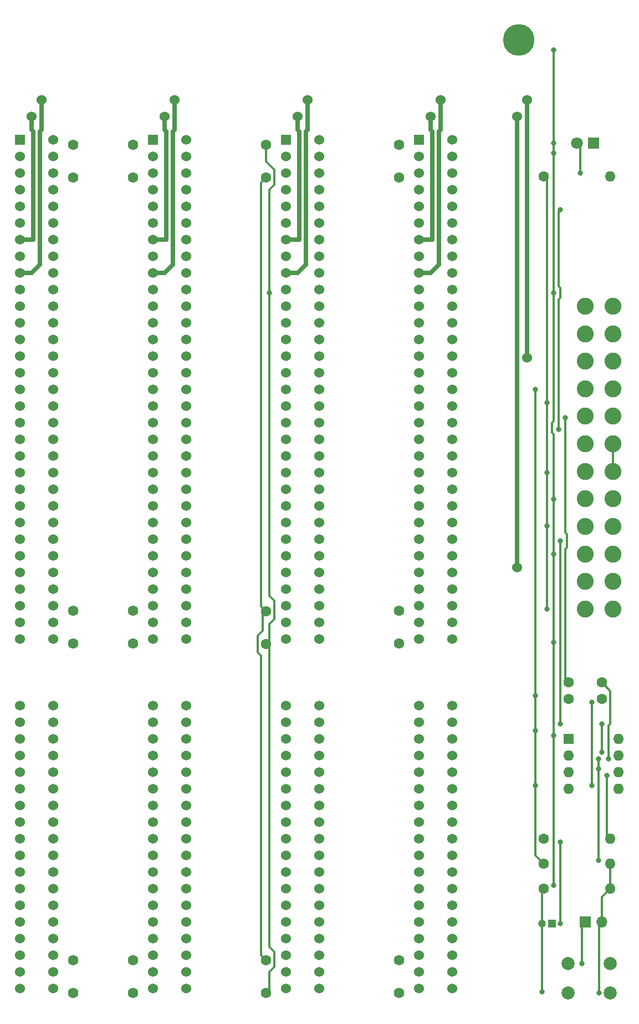
<source format=gbr>
G04 #@! TF.GenerationSoftware,KiCad,Pcbnew,(5.1.8)-1*
G04 #@! TF.CreationDate,2025-02-24T09:12:35-07:00*
G04 #@! TF.ProjectId,Backplane,4261636b-706c-4616-9e65-2e6b69636164,rev?*
G04 #@! TF.SameCoordinates,Original*
G04 #@! TF.FileFunction,Copper,L2,Bot*
G04 #@! TF.FilePolarity,Positive*
%FSLAX46Y46*%
G04 Gerber Fmt 4.6, Leading zero omitted, Abs format (unit mm)*
G04 Created by KiCad (PCBNEW (5.1.8)-1) date 2025-02-24 09:12:35*
%MOMM*%
%LPD*%
G01*
G04 APERTURE LIST*
G04 #@! TA.AperFunction,ComponentPad*
%ADD10C,1.524000*%
G04 #@! TD*
G04 #@! TA.AperFunction,ComponentPad*
%ADD11O,1.600000X1.600000*%
G04 #@! TD*
G04 #@! TA.AperFunction,ComponentPad*
%ADD12R,1.600000X1.600000*%
G04 #@! TD*
G04 #@! TA.AperFunction,ComponentPad*
%ADD13C,1.800000*%
G04 #@! TD*
G04 #@! TA.AperFunction,ComponentPad*
%ADD14R,1.800000X1.800000*%
G04 #@! TD*
G04 #@! TA.AperFunction,ComponentPad*
%ADD15C,1.600000*%
G04 #@! TD*
G04 #@! TA.AperFunction,ComponentPad*
%ADD16R,1.524000X1.524000*%
G04 #@! TD*
G04 #@! TA.AperFunction,ComponentPad*
%ADD17C,1.200000*%
G04 #@! TD*
G04 #@! TA.AperFunction,ComponentPad*
%ADD18R,1.200000X1.200000*%
G04 #@! TD*
G04 #@! TA.AperFunction,ComponentPad*
%ADD19O,1.700000X1.700000*%
G04 #@! TD*
G04 #@! TA.AperFunction,ComponentPad*
%ADD20R,1.700000X1.700000*%
G04 #@! TD*
G04 #@! TA.AperFunction,ComponentPad*
%ADD21C,2.000000*%
G04 #@! TD*
G04 #@! TA.AperFunction,ComponentPad*
%ADD22C,4.826000*%
G04 #@! TD*
G04 #@! TA.AperFunction,ComponentPad*
%ADD23C,2.590800*%
G04 #@! TD*
G04 #@! TA.AperFunction,ViaPad*
%ADD24C,0.800000*%
G04 #@! TD*
G04 #@! TA.AperFunction,Conductor*
%ADD25C,0.635000*%
G04 #@! TD*
G04 #@! TA.AperFunction,Conductor*
%ADD26C,0.330200*%
G04 #@! TD*
G04 APERTURE END LIST*
D10*
G04 #@! TO.P,R,1*
G04 #@! TO.N,/12+*
X138430000Y-73914000D03*
G04 #@! TD*
G04 #@! TO.P,R,1*
G04 #@! TO.N,/12-*
X136906000Y-105918000D03*
G04 #@! TD*
G04 #@! TO.P,R,1*
G04 #@! TO.N,/12+*
X138430000Y-34544000D03*
G04 #@! TD*
G04 #@! TO.P,R,1*
G04 #@! TO.N,/12-*
X136906000Y-37084000D03*
G04 #@! TD*
D11*
G04 #@! TO.P,U1,8*
G04 #@! TO.N,/5+SB*
X152400000Y-132080000D03*
G04 #@! TO.P,U1,4*
X144780000Y-139700000D03*
G04 #@! TO.P,U1,7*
G04 #@! TO.N,/POWER_ON*
X152400000Y-134620000D03*
G04 #@! TO.P,U1,3*
G04 #@! TO.N,/OUT*
X144780000Y-137160000D03*
G04 #@! TO.P,U1,6*
G04 #@! TO.N,/BUTTON_OUTPUT*
X152400000Y-137160000D03*
G04 #@! TO.P,U1,2*
X144780000Y-134620000D03*
G04 #@! TO.P,U1,5*
G04 #@! TO.N,/CVOLT*
X152400000Y-139700000D03*
D12*
G04 #@! TO.P,U1,1*
G04 #@! TO.N,/GND*
X144780000Y-132080000D03*
G04 #@! TD*
D13*
G04 #@! TO.P,D1,2*
G04 #@! TO.N,/LEDR*
X146050000Y-41148000D03*
D14*
G04 #@! TO.P,D1,1*
G04 #@! TO.N,/GND*
X148590000Y-41148000D03*
G04 #@! TD*
D11*
G04 #@! TO.P,R4,2*
G04 #@! TO.N,/LEDR*
X151130000Y-46228000D03*
D15*
G04 #@! TO.P,R4,1*
G04 #@! TO.N,/5+*
X140970000Y-46228000D03*
G04 #@! TD*
D11*
G04 #@! TO.P,R3,2*
G04 #@! TO.N,/OUT*
X151130000Y-147320000D03*
D15*
G04 #@! TO.P,R3,1*
G04 #@! TO.N,/BUTTON_INPUT*
X140970000Y-147320000D03*
G04 #@! TD*
D11*
G04 #@! TO.P,R2,2*
G04 #@! TO.N,/BUTTON_OUTPUT*
X151130000Y-151130000D03*
D15*
G04 #@! TO.P,R2,1*
G04 #@! TO.N,/5+SB*
X140970000Y-151130000D03*
G04 #@! TD*
D10*
G04 #@! TO.P,ISA4,98*
G04 #@! TO.N,/D15*
X66040000Y-170180000D03*
G04 #@! TO.P,ISA4,97*
G04 #@! TO.N,/D14*
X66040000Y-167640000D03*
G04 #@! TO.P,ISA4,96*
G04 #@! TO.N,/D13*
X66040000Y-165100000D03*
G04 #@! TO.P,ISA4,95*
G04 #@! TO.N,/D12*
X66040000Y-162560000D03*
G04 #@! TO.P,ISA4,94*
G04 #@! TO.N,/D11*
X66040000Y-160020000D03*
G04 #@! TO.P,ISA4,93*
G04 #@! TO.N,/D10*
X66040000Y-157480000D03*
G04 #@! TO.P,ISA4,92*
G04 #@! TO.N,/D9*
X66040000Y-154940000D03*
G04 #@! TO.P,ISA4,91*
G04 #@! TO.N,/D8*
X66040000Y-152400000D03*
G04 #@! TO.P,ISA4,90*
G04 #@! TO.N,/MEMW*
X66040000Y-149860000D03*
G04 #@! TO.P,ISA4,89*
G04 #@! TO.N,/MEMR*
X66040000Y-147320000D03*
G04 #@! TO.P,ISA4,88*
G04 #@! TO.N,/LA17*
X66040000Y-144780000D03*
G04 #@! TO.P,ISA4,87*
G04 #@! TO.N,/LA18*
X66040000Y-142240000D03*
G04 #@! TO.P,ISA4,86*
G04 #@! TO.N,/LA19*
X66040000Y-139700000D03*
G04 #@! TO.P,ISA4,85*
G04 #@! TO.N,/LA20*
X66040000Y-137160000D03*
G04 #@! TO.P,ISA4,84*
G04 #@! TO.N,/LA21*
X66040000Y-134620000D03*
G04 #@! TO.P,ISA4,83*
G04 #@! TO.N,/LA22*
X66040000Y-132080000D03*
G04 #@! TO.P,ISA4,82*
G04 #@! TO.N,/LA23*
X66040000Y-129540000D03*
G04 #@! TO.P,ISA4,81*
G04 #@! TO.N,/SBHE*
X66040000Y-127000000D03*
G04 #@! TO.P,ISA4,80*
G04 #@! TO.N,/GND*
X60960000Y-170180000D03*
G04 #@! TO.P,ISA4,79*
G04 #@! TO.N,/MASTER*
X60960000Y-167640000D03*
G04 #@! TO.P,ISA4,78*
G04 #@! TO.N,/5+*
X60960000Y-165100000D03*
G04 #@! TO.P,ISA4,77*
G04 #@! TO.N,/DRQ7*
X60960000Y-162560000D03*
G04 #@! TO.P,ISA4,76*
G04 #@! TO.N,/DACK7*
X60960000Y-160020000D03*
G04 #@! TO.P,ISA4,75*
G04 #@! TO.N,/DRQ6*
X60960000Y-157480000D03*
G04 #@! TO.P,ISA4,74*
G04 #@! TO.N,/DACK6*
X60960000Y-154940000D03*
G04 #@! TO.P,ISA4,73*
G04 #@! TO.N,/DRQ5*
X60960000Y-152400000D03*
G04 #@! TO.P,ISA4,72*
G04 #@! TO.N,/DACK5*
X60960000Y-149860000D03*
G04 #@! TO.P,ISA4,71*
G04 #@! TO.N,/DRQ0*
X60960000Y-147320000D03*
G04 #@! TO.P,ISA4,70*
G04 #@! TO.N,/DACK0*
X60960000Y-144780000D03*
G04 #@! TO.P,ISA4,69*
G04 #@! TO.N,/IRQ14*
X60960000Y-142240000D03*
G04 #@! TO.P,ISA4,68*
G04 #@! TO.N,/IRQ15*
X60960000Y-139700000D03*
G04 #@! TO.P,ISA4,67*
G04 #@! TO.N,/IRQ12*
X60960000Y-137160000D03*
G04 #@! TO.P,ISA4,66*
G04 #@! TO.N,/IRQ11*
X60960000Y-134620000D03*
G04 #@! TO.P,ISA4,65*
G04 #@! TO.N,/IRQ10*
X60960000Y-132080000D03*
G04 #@! TO.P,ISA4,64*
G04 #@! TO.N,/IOCS16*
X60960000Y-129540000D03*
G04 #@! TO.P,ISA4,63*
G04 #@! TO.N,/MEMCS16*
X60960000Y-127000000D03*
G04 #@! TO.P,ISA4,62*
G04 #@! TO.N,/A0*
X66040000Y-116840000D03*
G04 #@! TO.P,ISA4,61*
G04 #@! TO.N,/A1*
X66040000Y-114300000D03*
G04 #@! TO.P,ISA4,60*
G04 #@! TO.N,/A2*
X66040000Y-111760000D03*
G04 #@! TO.P,ISA4,59*
G04 #@! TO.N,/A3*
X66040000Y-109220000D03*
G04 #@! TO.P,ISA4,58*
G04 #@! TO.N,/A4*
X66040000Y-106680000D03*
G04 #@! TO.P,ISA4,57*
G04 #@! TO.N,/A5*
X66040000Y-104140000D03*
G04 #@! TO.P,ISA4,56*
G04 #@! TO.N,/A6*
X66040000Y-101600000D03*
G04 #@! TO.P,ISA4,55*
G04 #@! TO.N,/A7*
X66040000Y-99060000D03*
G04 #@! TO.P,ISA4,54*
G04 #@! TO.N,/A8*
X66040000Y-96520000D03*
G04 #@! TO.P,ISA4,53*
G04 #@! TO.N,/A9*
X66040000Y-93980000D03*
G04 #@! TO.P,ISA4,52*
G04 #@! TO.N,/A10*
X66040000Y-91440000D03*
G04 #@! TO.P,ISA4,51*
G04 #@! TO.N,/A11*
X66040000Y-88900000D03*
G04 #@! TO.P,ISA4,50*
G04 #@! TO.N,/A12*
X66040000Y-86360000D03*
G04 #@! TO.P,ISA4,49*
G04 #@! TO.N,/A13*
X66040000Y-83820000D03*
G04 #@! TO.P,ISA4,48*
G04 #@! TO.N,/A14*
X66040000Y-81280000D03*
G04 #@! TO.P,ISA4,47*
G04 #@! TO.N,/A15*
X66040000Y-78740000D03*
G04 #@! TO.P,ISA4,46*
G04 #@! TO.N,/A16*
X66040000Y-76200000D03*
G04 #@! TO.P,ISA4,45*
G04 #@! TO.N,/A17*
X66040000Y-73660000D03*
G04 #@! TO.P,ISA4,44*
G04 #@! TO.N,/A18*
X66040000Y-71120000D03*
G04 #@! TO.P,ISA4,43*
G04 #@! TO.N,/A19*
X66040000Y-68580000D03*
G04 #@! TO.P,ISA4,42*
G04 #@! TO.N,/AEN*
X66040000Y-66040000D03*
G04 #@! TO.P,ISA4,41*
G04 #@! TO.N,/IO_READY*
X66040000Y-63500000D03*
G04 #@! TO.P,ISA4,40*
G04 #@! TO.N,/D0*
X66040000Y-60960000D03*
G04 #@! TO.P,ISA4,39*
G04 #@! TO.N,/D1*
X66040000Y-58420000D03*
G04 #@! TO.P,ISA4,38*
G04 #@! TO.N,/D2*
X66040000Y-55880000D03*
G04 #@! TO.P,ISA4,37*
G04 #@! TO.N,/D3*
X66040000Y-53340000D03*
G04 #@! TO.P,ISA4,36*
G04 #@! TO.N,/D4*
X66040000Y-50800000D03*
G04 #@! TO.P,ISA4,35*
G04 #@! TO.N,/D5*
X66040000Y-48260000D03*
G04 #@! TO.P,ISA4,34*
G04 #@! TO.N,/D6*
X66040000Y-45720000D03*
G04 #@! TO.P,ISA4,33*
G04 #@! TO.N,/D7*
X66040000Y-43180000D03*
G04 #@! TO.P,ISA4,32*
G04 #@! TO.N,/IO*
X66040000Y-40640000D03*
G04 #@! TO.P,ISA4,31*
G04 #@! TO.N,/GND*
X60960000Y-116840000D03*
G04 #@! TO.P,ISA4,30*
G04 #@! TO.N,/OSC*
X60960000Y-114300000D03*
G04 #@! TO.P,ISA4,29*
G04 #@! TO.N,/5+*
X60960000Y-111760000D03*
G04 #@! TO.P,ISA4,28*
G04 #@! TO.N,/ALE*
X60960000Y-109220000D03*
G04 #@! TO.P,ISA4,27*
G04 #@! TO.N,/TC*
X60960000Y-106680000D03*
G04 #@! TO.P,ISA4,26*
G04 #@! TO.N,/DACK2*
X60960000Y-104140000D03*
G04 #@! TO.P,ISA4,25*
G04 #@! TO.N,/IRQ3*
X60960000Y-101600000D03*
G04 #@! TO.P,ISA4,24*
G04 #@! TO.N,/IRQ4*
X60960000Y-99060000D03*
G04 #@! TO.P,ISA4,23*
G04 #@! TO.N,/IRQ5*
X60960000Y-96520000D03*
G04 #@! TO.P,ISA4,22*
G04 #@! TO.N,/IRQ6*
X60960000Y-93980000D03*
G04 #@! TO.P,ISA4,21*
G04 #@! TO.N,/IRQ7*
X60960000Y-91440000D03*
G04 #@! TO.P,ISA4,20*
G04 #@! TO.N,/CLK*
X60960000Y-88900000D03*
G04 #@! TO.P,ISA4,19*
G04 #@! TO.N,/REF*
X60960000Y-86360000D03*
G04 #@! TO.P,ISA4,18*
G04 #@! TO.N,/DRQ1*
X60960000Y-83820000D03*
G04 #@! TO.P,ISA4,17*
G04 #@! TO.N,/DACK1*
X60960000Y-81280000D03*
G04 #@! TO.P,ISA4,16*
G04 #@! TO.N,/DRQ3*
X60960000Y-78740000D03*
G04 #@! TO.P,ISA4,15*
G04 #@! TO.N,/DACK3*
X60960000Y-76200000D03*
G04 #@! TO.P,ISA4,14*
G04 #@! TO.N,/IOR*
X60960000Y-73660000D03*
G04 #@! TO.P,ISA4,13*
G04 #@! TO.N,/IOW*
X60960000Y-71120000D03*
G04 #@! TO.P,ISA4,12*
G04 #@! TO.N,/SMEMR*
X60960000Y-68580000D03*
G04 #@! TO.P,ISA4,11*
G04 #@! TO.N,/SMEMW*
X60960000Y-66040000D03*
G04 #@! TO.P,ISA4,10*
G04 #@! TO.N,/GND*
X60960000Y-63500000D03*
G04 #@! TO.P,ISA4,9*
G04 #@! TO.N,/12+*
X60960000Y-60960000D03*
G04 #@! TO.P,ISA4,8*
G04 #@! TO.N,/NC*
X60960000Y-58420000D03*
G04 #@! TO.P,ISA4,7*
G04 #@! TO.N,/12-*
X60960000Y-55880000D03*
G04 #@! TO.P,ISA4,6*
G04 #@! TO.N,/DRQ2*
X60960000Y-53340000D03*
G04 #@! TO.P,ISA4,5*
G04 #@! TO.N,/5-*
X60960000Y-50800000D03*
G04 #@! TO.P,ISA4,4*
G04 #@! TO.N,/IRQ2*
X60960000Y-48260000D03*
G04 #@! TO.P,ISA4,3*
G04 #@! TO.N,/5+*
X60960000Y-45720000D03*
G04 #@! TO.P,ISA4,2*
G04 #@! TO.N,/RESET*
X60960000Y-43180000D03*
D16*
G04 #@! TO.P,ISA4,1*
G04 #@! TO.N,/GND*
X60960000Y-40640000D03*
G04 #@! TD*
D10*
G04 #@! TO.P,ISA3,98*
G04 #@! TO.N,/D15*
X86360000Y-170180000D03*
G04 #@! TO.P,ISA3,97*
G04 #@! TO.N,/D14*
X86360000Y-167640000D03*
G04 #@! TO.P,ISA3,96*
G04 #@! TO.N,/D13*
X86360000Y-165100000D03*
G04 #@! TO.P,ISA3,95*
G04 #@! TO.N,/D12*
X86360000Y-162560000D03*
G04 #@! TO.P,ISA3,94*
G04 #@! TO.N,/D11*
X86360000Y-160020000D03*
G04 #@! TO.P,ISA3,93*
G04 #@! TO.N,/D10*
X86360000Y-157480000D03*
G04 #@! TO.P,ISA3,92*
G04 #@! TO.N,/D9*
X86360000Y-154940000D03*
G04 #@! TO.P,ISA3,91*
G04 #@! TO.N,/D8*
X86360000Y-152400000D03*
G04 #@! TO.P,ISA3,90*
G04 #@! TO.N,/MEMW*
X86360000Y-149860000D03*
G04 #@! TO.P,ISA3,89*
G04 #@! TO.N,/MEMR*
X86360000Y-147320000D03*
G04 #@! TO.P,ISA3,88*
G04 #@! TO.N,/LA17*
X86360000Y-144780000D03*
G04 #@! TO.P,ISA3,87*
G04 #@! TO.N,/LA18*
X86360000Y-142240000D03*
G04 #@! TO.P,ISA3,86*
G04 #@! TO.N,/LA19*
X86360000Y-139700000D03*
G04 #@! TO.P,ISA3,85*
G04 #@! TO.N,/LA20*
X86360000Y-137160000D03*
G04 #@! TO.P,ISA3,84*
G04 #@! TO.N,/LA21*
X86360000Y-134620000D03*
G04 #@! TO.P,ISA3,83*
G04 #@! TO.N,/LA22*
X86360000Y-132080000D03*
G04 #@! TO.P,ISA3,82*
G04 #@! TO.N,/LA23*
X86360000Y-129540000D03*
G04 #@! TO.P,ISA3,81*
G04 #@! TO.N,/SBHE*
X86360000Y-127000000D03*
G04 #@! TO.P,ISA3,80*
G04 #@! TO.N,/GND*
X81280000Y-170180000D03*
G04 #@! TO.P,ISA3,79*
G04 #@! TO.N,/MASTER*
X81280000Y-167640000D03*
G04 #@! TO.P,ISA3,78*
G04 #@! TO.N,/5+*
X81280000Y-165100000D03*
G04 #@! TO.P,ISA3,77*
G04 #@! TO.N,/DRQ7*
X81280000Y-162560000D03*
G04 #@! TO.P,ISA3,76*
G04 #@! TO.N,/DACK7*
X81280000Y-160020000D03*
G04 #@! TO.P,ISA3,75*
G04 #@! TO.N,/DRQ6*
X81280000Y-157480000D03*
G04 #@! TO.P,ISA3,74*
G04 #@! TO.N,/DACK6*
X81280000Y-154940000D03*
G04 #@! TO.P,ISA3,73*
G04 #@! TO.N,/DRQ5*
X81280000Y-152400000D03*
G04 #@! TO.P,ISA3,72*
G04 #@! TO.N,/DACK5*
X81280000Y-149860000D03*
G04 #@! TO.P,ISA3,71*
G04 #@! TO.N,/DRQ0*
X81280000Y-147320000D03*
G04 #@! TO.P,ISA3,70*
G04 #@! TO.N,/DACK0*
X81280000Y-144780000D03*
G04 #@! TO.P,ISA3,69*
G04 #@! TO.N,/IRQ14*
X81280000Y-142240000D03*
G04 #@! TO.P,ISA3,68*
G04 #@! TO.N,/IRQ15*
X81280000Y-139700000D03*
G04 #@! TO.P,ISA3,67*
G04 #@! TO.N,/IRQ12*
X81280000Y-137160000D03*
G04 #@! TO.P,ISA3,66*
G04 #@! TO.N,/IRQ11*
X81280000Y-134620000D03*
G04 #@! TO.P,ISA3,65*
G04 #@! TO.N,/IRQ10*
X81280000Y-132080000D03*
G04 #@! TO.P,ISA3,64*
G04 #@! TO.N,/IOCS16*
X81280000Y-129540000D03*
G04 #@! TO.P,ISA3,63*
G04 #@! TO.N,/MEMCS16*
X81280000Y-127000000D03*
G04 #@! TO.P,ISA3,62*
G04 #@! TO.N,/A0*
X86360000Y-116840000D03*
G04 #@! TO.P,ISA3,61*
G04 #@! TO.N,/A1*
X86360000Y-114300000D03*
G04 #@! TO.P,ISA3,60*
G04 #@! TO.N,/A2*
X86360000Y-111760000D03*
G04 #@! TO.P,ISA3,59*
G04 #@! TO.N,/A3*
X86360000Y-109220000D03*
G04 #@! TO.P,ISA3,58*
G04 #@! TO.N,/A4*
X86360000Y-106680000D03*
G04 #@! TO.P,ISA3,57*
G04 #@! TO.N,/A5*
X86360000Y-104140000D03*
G04 #@! TO.P,ISA3,56*
G04 #@! TO.N,/A6*
X86360000Y-101600000D03*
G04 #@! TO.P,ISA3,55*
G04 #@! TO.N,/A7*
X86360000Y-99060000D03*
G04 #@! TO.P,ISA3,54*
G04 #@! TO.N,/A8*
X86360000Y-96520000D03*
G04 #@! TO.P,ISA3,53*
G04 #@! TO.N,/A9*
X86360000Y-93980000D03*
G04 #@! TO.P,ISA3,52*
G04 #@! TO.N,/A10*
X86360000Y-91440000D03*
G04 #@! TO.P,ISA3,51*
G04 #@! TO.N,/A11*
X86360000Y-88900000D03*
G04 #@! TO.P,ISA3,50*
G04 #@! TO.N,/A12*
X86360000Y-86360000D03*
G04 #@! TO.P,ISA3,49*
G04 #@! TO.N,/A13*
X86360000Y-83820000D03*
G04 #@! TO.P,ISA3,48*
G04 #@! TO.N,/A14*
X86360000Y-81280000D03*
G04 #@! TO.P,ISA3,47*
G04 #@! TO.N,/A15*
X86360000Y-78740000D03*
G04 #@! TO.P,ISA3,46*
G04 #@! TO.N,/A16*
X86360000Y-76200000D03*
G04 #@! TO.P,ISA3,45*
G04 #@! TO.N,/A17*
X86360000Y-73660000D03*
G04 #@! TO.P,ISA3,44*
G04 #@! TO.N,/A18*
X86360000Y-71120000D03*
G04 #@! TO.P,ISA3,43*
G04 #@! TO.N,/A19*
X86360000Y-68580000D03*
G04 #@! TO.P,ISA3,42*
G04 #@! TO.N,/AEN*
X86360000Y-66040000D03*
G04 #@! TO.P,ISA3,41*
G04 #@! TO.N,/IO_READY*
X86360000Y-63500000D03*
G04 #@! TO.P,ISA3,40*
G04 #@! TO.N,/D0*
X86360000Y-60960000D03*
G04 #@! TO.P,ISA3,39*
G04 #@! TO.N,/D1*
X86360000Y-58420000D03*
G04 #@! TO.P,ISA3,38*
G04 #@! TO.N,/D2*
X86360000Y-55880000D03*
G04 #@! TO.P,ISA3,37*
G04 #@! TO.N,/D3*
X86360000Y-53340000D03*
G04 #@! TO.P,ISA3,36*
G04 #@! TO.N,/D4*
X86360000Y-50800000D03*
G04 #@! TO.P,ISA3,35*
G04 #@! TO.N,/D5*
X86360000Y-48260000D03*
G04 #@! TO.P,ISA3,34*
G04 #@! TO.N,/D6*
X86360000Y-45720000D03*
G04 #@! TO.P,ISA3,33*
G04 #@! TO.N,/D7*
X86360000Y-43180000D03*
G04 #@! TO.P,ISA3,32*
G04 #@! TO.N,/IO*
X86360000Y-40640000D03*
G04 #@! TO.P,ISA3,31*
G04 #@! TO.N,/GND*
X81280000Y-116840000D03*
G04 #@! TO.P,ISA3,30*
G04 #@! TO.N,/OSC*
X81280000Y-114300000D03*
G04 #@! TO.P,ISA3,29*
G04 #@! TO.N,/5+*
X81280000Y-111760000D03*
G04 #@! TO.P,ISA3,28*
G04 #@! TO.N,/ALE*
X81280000Y-109220000D03*
G04 #@! TO.P,ISA3,27*
G04 #@! TO.N,/TC*
X81280000Y-106680000D03*
G04 #@! TO.P,ISA3,26*
G04 #@! TO.N,/DACK2*
X81280000Y-104140000D03*
G04 #@! TO.P,ISA3,25*
G04 #@! TO.N,/IRQ3*
X81280000Y-101600000D03*
G04 #@! TO.P,ISA3,24*
G04 #@! TO.N,/IRQ4*
X81280000Y-99060000D03*
G04 #@! TO.P,ISA3,23*
G04 #@! TO.N,/IRQ5*
X81280000Y-96520000D03*
G04 #@! TO.P,ISA3,22*
G04 #@! TO.N,/IRQ6*
X81280000Y-93980000D03*
G04 #@! TO.P,ISA3,21*
G04 #@! TO.N,/IRQ7*
X81280000Y-91440000D03*
G04 #@! TO.P,ISA3,20*
G04 #@! TO.N,/CLK*
X81280000Y-88900000D03*
G04 #@! TO.P,ISA3,19*
G04 #@! TO.N,/REF*
X81280000Y-86360000D03*
G04 #@! TO.P,ISA3,18*
G04 #@! TO.N,/DRQ1*
X81280000Y-83820000D03*
G04 #@! TO.P,ISA3,17*
G04 #@! TO.N,/DACK1*
X81280000Y-81280000D03*
G04 #@! TO.P,ISA3,16*
G04 #@! TO.N,/DRQ3*
X81280000Y-78740000D03*
G04 #@! TO.P,ISA3,15*
G04 #@! TO.N,/DACK3*
X81280000Y-76200000D03*
G04 #@! TO.P,ISA3,14*
G04 #@! TO.N,/IOR*
X81280000Y-73660000D03*
G04 #@! TO.P,ISA3,13*
G04 #@! TO.N,/IOW*
X81280000Y-71120000D03*
G04 #@! TO.P,ISA3,12*
G04 #@! TO.N,/SMEMR*
X81280000Y-68580000D03*
G04 #@! TO.P,ISA3,11*
G04 #@! TO.N,/SMEMW*
X81280000Y-66040000D03*
G04 #@! TO.P,ISA3,10*
G04 #@! TO.N,/GND*
X81280000Y-63500000D03*
G04 #@! TO.P,ISA3,9*
G04 #@! TO.N,/12+*
X81280000Y-60960000D03*
G04 #@! TO.P,ISA3,8*
G04 #@! TO.N,/NC*
X81280000Y-58420000D03*
G04 #@! TO.P,ISA3,7*
G04 #@! TO.N,/12-*
X81280000Y-55880000D03*
G04 #@! TO.P,ISA3,6*
G04 #@! TO.N,/DRQ2*
X81280000Y-53340000D03*
G04 #@! TO.P,ISA3,5*
G04 #@! TO.N,/5-*
X81280000Y-50800000D03*
G04 #@! TO.P,ISA3,4*
G04 #@! TO.N,/IRQ2*
X81280000Y-48260000D03*
G04 #@! TO.P,ISA3,3*
G04 #@! TO.N,/5+*
X81280000Y-45720000D03*
G04 #@! TO.P,ISA3,2*
G04 #@! TO.N,/RESET*
X81280000Y-43180000D03*
D16*
G04 #@! TO.P,ISA3,1*
G04 #@! TO.N,/GND*
X81280000Y-40640000D03*
G04 #@! TD*
D10*
G04 #@! TO.P,ISA2,98*
G04 #@! TO.N,/D15*
X106680000Y-170180000D03*
G04 #@! TO.P,ISA2,97*
G04 #@! TO.N,/D14*
X106680000Y-167640000D03*
G04 #@! TO.P,ISA2,96*
G04 #@! TO.N,/D13*
X106680000Y-165100000D03*
G04 #@! TO.P,ISA2,95*
G04 #@! TO.N,/D12*
X106680000Y-162560000D03*
G04 #@! TO.P,ISA2,94*
G04 #@! TO.N,/D11*
X106680000Y-160020000D03*
G04 #@! TO.P,ISA2,93*
G04 #@! TO.N,/D10*
X106680000Y-157480000D03*
G04 #@! TO.P,ISA2,92*
G04 #@! TO.N,/D9*
X106680000Y-154940000D03*
G04 #@! TO.P,ISA2,91*
G04 #@! TO.N,/D8*
X106680000Y-152400000D03*
G04 #@! TO.P,ISA2,90*
G04 #@! TO.N,/MEMW*
X106680000Y-149860000D03*
G04 #@! TO.P,ISA2,89*
G04 #@! TO.N,/MEMR*
X106680000Y-147320000D03*
G04 #@! TO.P,ISA2,88*
G04 #@! TO.N,/LA17*
X106680000Y-144780000D03*
G04 #@! TO.P,ISA2,87*
G04 #@! TO.N,/LA18*
X106680000Y-142240000D03*
G04 #@! TO.P,ISA2,86*
G04 #@! TO.N,/LA19*
X106680000Y-139700000D03*
G04 #@! TO.P,ISA2,85*
G04 #@! TO.N,/LA20*
X106680000Y-137160000D03*
G04 #@! TO.P,ISA2,84*
G04 #@! TO.N,/LA21*
X106680000Y-134620000D03*
G04 #@! TO.P,ISA2,83*
G04 #@! TO.N,/LA22*
X106680000Y-132080000D03*
G04 #@! TO.P,ISA2,82*
G04 #@! TO.N,/LA23*
X106680000Y-129540000D03*
G04 #@! TO.P,ISA2,81*
G04 #@! TO.N,/SBHE*
X106680000Y-127000000D03*
G04 #@! TO.P,ISA2,80*
G04 #@! TO.N,/GND*
X101600000Y-170180000D03*
G04 #@! TO.P,ISA2,79*
G04 #@! TO.N,/MASTER*
X101600000Y-167640000D03*
G04 #@! TO.P,ISA2,78*
G04 #@! TO.N,/5+*
X101600000Y-165100000D03*
G04 #@! TO.P,ISA2,77*
G04 #@! TO.N,/DRQ7*
X101600000Y-162560000D03*
G04 #@! TO.P,ISA2,76*
G04 #@! TO.N,/DACK7*
X101600000Y-160020000D03*
G04 #@! TO.P,ISA2,75*
G04 #@! TO.N,/DRQ6*
X101600000Y-157480000D03*
G04 #@! TO.P,ISA2,74*
G04 #@! TO.N,/DACK6*
X101600000Y-154940000D03*
G04 #@! TO.P,ISA2,73*
G04 #@! TO.N,/DRQ5*
X101600000Y-152400000D03*
G04 #@! TO.P,ISA2,72*
G04 #@! TO.N,/DACK5*
X101600000Y-149860000D03*
G04 #@! TO.P,ISA2,71*
G04 #@! TO.N,/DRQ0*
X101600000Y-147320000D03*
G04 #@! TO.P,ISA2,70*
G04 #@! TO.N,/DACK0*
X101600000Y-144780000D03*
G04 #@! TO.P,ISA2,69*
G04 #@! TO.N,/IRQ14*
X101600000Y-142240000D03*
G04 #@! TO.P,ISA2,68*
G04 #@! TO.N,/IRQ15*
X101600000Y-139700000D03*
G04 #@! TO.P,ISA2,67*
G04 #@! TO.N,/IRQ12*
X101600000Y-137160000D03*
G04 #@! TO.P,ISA2,66*
G04 #@! TO.N,/IRQ11*
X101600000Y-134620000D03*
G04 #@! TO.P,ISA2,65*
G04 #@! TO.N,/IRQ10*
X101600000Y-132080000D03*
G04 #@! TO.P,ISA2,64*
G04 #@! TO.N,/IOCS16*
X101600000Y-129540000D03*
G04 #@! TO.P,ISA2,63*
G04 #@! TO.N,/MEMCS16*
X101600000Y-127000000D03*
G04 #@! TO.P,ISA2,62*
G04 #@! TO.N,/A0*
X106680000Y-116840000D03*
G04 #@! TO.P,ISA2,61*
G04 #@! TO.N,/A1*
X106680000Y-114300000D03*
G04 #@! TO.P,ISA2,60*
G04 #@! TO.N,/A2*
X106680000Y-111760000D03*
G04 #@! TO.P,ISA2,59*
G04 #@! TO.N,/A3*
X106680000Y-109220000D03*
G04 #@! TO.P,ISA2,58*
G04 #@! TO.N,/A4*
X106680000Y-106680000D03*
G04 #@! TO.P,ISA2,57*
G04 #@! TO.N,/A5*
X106680000Y-104140000D03*
G04 #@! TO.P,ISA2,56*
G04 #@! TO.N,/A6*
X106680000Y-101600000D03*
G04 #@! TO.P,ISA2,55*
G04 #@! TO.N,/A7*
X106680000Y-99060000D03*
G04 #@! TO.P,ISA2,54*
G04 #@! TO.N,/A8*
X106680000Y-96520000D03*
G04 #@! TO.P,ISA2,53*
G04 #@! TO.N,/A9*
X106680000Y-93980000D03*
G04 #@! TO.P,ISA2,52*
G04 #@! TO.N,/A10*
X106680000Y-91440000D03*
G04 #@! TO.P,ISA2,51*
G04 #@! TO.N,/A11*
X106680000Y-88900000D03*
G04 #@! TO.P,ISA2,50*
G04 #@! TO.N,/A12*
X106680000Y-86360000D03*
G04 #@! TO.P,ISA2,49*
G04 #@! TO.N,/A13*
X106680000Y-83820000D03*
G04 #@! TO.P,ISA2,48*
G04 #@! TO.N,/A14*
X106680000Y-81280000D03*
G04 #@! TO.P,ISA2,47*
G04 #@! TO.N,/A15*
X106680000Y-78740000D03*
G04 #@! TO.P,ISA2,46*
G04 #@! TO.N,/A16*
X106680000Y-76200000D03*
G04 #@! TO.P,ISA2,45*
G04 #@! TO.N,/A17*
X106680000Y-73660000D03*
G04 #@! TO.P,ISA2,44*
G04 #@! TO.N,/A18*
X106680000Y-71120000D03*
G04 #@! TO.P,ISA2,43*
G04 #@! TO.N,/A19*
X106680000Y-68580000D03*
G04 #@! TO.P,ISA2,42*
G04 #@! TO.N,/AEN*
X106680000Y-66040000D03*
G04 #@! TO.P,ISA2,41*
G04 #@! TO.N,/IO_READY*
X106680000Y-63500000D03*
G04 #@! TO.P,ISA2,40*
G04 #@! TO.N,/D0*
X106680000Y-60960000D03*
G04 #@! TO.P,ISA2,39*
G04 #@! TO.N,/D1*
X106680000Y-58420000D03*
G04 #@! TO.P,ISA2,38*
G04 #@! TO.N,/D2*
X106680000Y-55880000D03*
G04 #@! TO.P,ISA2,37*
G04 #@! TO.N,/D3*
X106680000Y-53340000D03*
G04 #@! TO.P,ISA2,36*
G04 #@! TO.N,/D4*
X106680000Y-50800000D03*
G04 #@! TO.P,ISA2,35*
G04 #@! TO.N,/D5*
X106680000Y-48260000D03*
G04 #@! TO.P,ISA2,34*
G04 #@! TO.N,/D6*
X106680000Y-45720000D03*
G04 #@! TO.P,ISA2,33*
G04 #@! TO.N,/D7*
X106680000Y-43180000D03*
G04 #@! TO.P,ISA2,32*
G04 #@! TO.N,/IO*
X106680000Y-40640000D03*
G04 #@! TO.P,ISA2,31*
G04 #@! TO.N,/GND*
X101600000Y-116840000D03*
G04 #@! TO.P,ISA2,30*
G04 #@! TO.N,/OSC*
X101600000Y-114300000D03*
G04 #@! TO.P,ISA2,29*
G04 #@! TO.N,/5+*
X101600000Y-111760000D03*
G04 #@! TO.P,ISA2,28*
G04 #@! TO.N,/ALE*
X101600000Y-109220000D03*
G04 #@! TO.P,ISA2,27*
G04 #@! TO.N,/TC*
X101600000Y-106680000D03*
G04 #@! TO.P,ISA2,26*
G04 #@! TO.N,/DACK2*
X101600000Y-104140000D03*
G04 #@! TO.P,ISA2,25*
G04 #@! TO.N,/IRQ3*
X101600000Y-101600000D03*
G04 #@! TO.P,ISA2,24*
G04 #@! TO.N,/IRQ4*
X101600000Y-99060000D03*
G04 #@! TO.P,ISA2,23*
G04 #@! TO.N,/IRQ5*
X101600000Y-96520000D03*
G04 #@! TO.P,ISA2,22*
G04 #@! TO.N,/IRQ6*
X101600000Y-93980000D03*
G04 #@! TO.P,ISA2,21*
G04 #@! TO.N,/IRQ7*
X101600000Y-91440000D03*
G04 #@! TO.P,ISA2,20*
G04 #@! TO.N,/CLK*
X101600000Y-88900000D03*
G04 #@! TO.P,ISA2,19*
G04 #@! TO.N,/REF*
X101600000Y-86360000D03*
G04 #@! TO.P,ISA2,18*
G04 #@! TO.N,/DRQ1*
X101600000Y-83820000D03*
G04 #@! TO.P,ISA2,17*
G04 #@! TO.N,/DACK1*
X101600000Y-81280000D03*
G04 #@! TO.P,ISA2,16*
G04 #@! TO.N,/DRQ3*
X101600000Y-78740000D03*
G04 #@! TO.P,ISA2,15*
G04 #@! TO.N,/DACK3*
X101600000Y-76200000D03*
G04 #@! TO.P,ISA2,14*
G04 #@! TO.N,/IOR*
X101600000Y-73660000D03*
G04 #@! TO.P,ISA2,13*
G04 #@! TO.N,/IOW*
X101600000Y-71120000D03*
G04 #@! TO.P,ISA2,12*
G04 #@! TO.N,/SMEMR*
X101600000Y-68580000D03*
G04 #@! TO.P,ISA2,11*
G04 #@! TO.N,/SMEMW*
X101600000Y-66040000D03*
G04 #@! TO.P,ISA2,10*
G04 #@! TO.N,/GND*
X101600000Y-63500000D03*
G04 #@! TO.P,ISA2,9*
G04 #@! TO.N,/12+*
X101600000Y-60960000D03*
G04 #@! TO.P,ISA2,8*
G04 #@! TO.N,/NC*
X101600000Y-58420000D03*
G04 #@! TO.P,ISA2,7*
G04 #@! TO.N,/12-*
X101600000Y-55880000D03*
G04 #@! TO.P,ISA2,6*
G04 #@! TO.N,/DRQ2*
X101600000Y-53340000D03*
G04 #@! TO.P,ISA2,5*
G04 #@! TO.N,/5-*
X101600000Y-50800000D03*
G04 #@! TO.P,ISA2,4*
G04 #@! TO.N,/IRQ2*
X101600000Y-48260000D03*
G04 #@! TO.P,ISA2,3*
G04 #@! TO.N,/5+*
X101600000Y-45720000D03*
G04 #@! TO.P,ISA2,2*
G04 #@! TO.N,/RESET*
X101600000Y-43180000D03*
D16*
G04 #@! TO.P,ISA2,1*
G04 #@! TO.N,/GND*
X101600000Y-40640000D03*
G04 #@! TD*
D15*
G04 #@! TO.P,C15,2*
G04 #@! TO.N,/BUTTON_OUTPUT*
X149780000Y-123444000D03*
G04 #@! TO.P,C15,1*
G04 #@! TO.N,/POWER_GOOD*
X144780000Y-123444000D03*
G04 #@! TD*
G04 #@! TO.P,C14,2*
G04 #@! TO.N,/5+SB*
X144780000Y-125984000D03*
G04 #@! TO.P,C14,1*
G04 #@! TO.N,/CVOLT*
X149780000Y-125984000D03*
G04 #@! TD*
D17*
G04 #@! TO.P,C13,2*
G04 #@! TO.N,/GND*
X140716000Y-160274000D03*
D18*
G04 #@! TO.P,C13,1*
G04 #@! TO.N,/BUTTON_INPUT*
X142216000Y-160274000D03*
G04 #@! TD*
D15*
G04 #@! TO.P,C12,2*
G04 #@! TO.N,/5+*
X69088000Y-165862000D03*
G04 #@! TO.P,C12,1*
G04 #@! TO.N,/GND*
X69088000Y-170862000D03*
G04 #@! TD*
G04 #@! TO.P,C11,2*
G04 #@! TO.N,/5+*
X69088000Y-112522000D03*
G04 #@! TO.P,C11,1*
G04 #@! TO.N,/GND*
X69088000Y-117522000D03*
G04 #@! TD*
G04 #@! TO.P,C10,2*
G04 #@! TO.N,/5+*
X69088000Y-46402000D03*
G04 #@! TO.P,C10,1*
G04 #@! TO.N,/GND*
X69088000Y-41402000D03*
G04 #@! TD*
G04 #@! TO.P,C9,2*
G04 #@! TO.N,/5+*
X78232000Y-165862000D03*
G04 #@! TO.P,C9,1*
G04 #@! TO.N,/GND*
X78232000Y-170862000D03*
G04 #@! TD*
G04 #@! TO.P,C8,2*
G04 #@! TO.N,/5+*
X78232000Y-112522000D03*
G04 #@! TO.P,C8,1*
G04 #@! TO.N,/GND*
X78232000Y-117522000D03*
G04 #@! TD*
G04 #@! TO.P,C7,2*
G04 #@! TO.N,/5+*
X78232000Y-46402000D03*
G04 #@! TO.P,C7,1*
G04 #@! TO.N,/GND*
X78232000Y-41402000D03*
G04 #@! TD*
G04 #@! TO.P,C6,2*
G04 #@! TO.N,/5+*
X98552000Y-165862000D03*
G04 #@! TO.P,C6,1*
G04 #@! TO.N,/GND*
X98552000Y-170862000D03*
G04 #@! TD*
G04 #@! TO.P,C5,2*
G04 #@! TO.N,/5+*
X98552000Y-112602000D03*
G04 #@! TO.P,C5,1*
G04 #@! TO.N,/GND*
X98552000Y-117602000D03*
G04 #@! TD*
G04 #@! TO.P,C4,2*
G04 #@! TO.N,/5+*
X98552000Y-46402000D03*
G04 #@! TO.P,C4,1*
G04 #@! TO.N,/GND*
X98552000Y-41402000D03*
G04 #@! TD*
G04 #@! TO.P,C3,2*
G04 #@! TO.N,/5+*
X118872000Y-165862000D03*
G04 #@! TO.P,C3,1*
G04 #@! TO.N,/GND*
X118872000Y-170862000D03*
G04 #@! TD*
G04 #@! TO.P,C2,2*
G04 #@! TO.N,/5+*
X118872000Y-112522000D03*
G04 #@! TO.P,C2,1*
G04 #@! TO.N,/GND*
X118872000Y-117522000D03*
G04 #@! TD*
D11*
G04 #@! TO.P,R1,2*
G04 #@! TO.N,/BUTTON_OUTPUT*
X151130000Y-154940000D03*
D15*
G04 #@! TO.P,R1,1*
G04 #@! TO.N,/GND*
X140970000Y-154940000D03*
G04 #@! TD*
D19*
G04 #@! TO.P,J8,2*
G04 #@! TO.N,/BUTTON_OUTPUT*
X149860000Y-160020000D03*
D20*
G04 #@! TO.P,J8,1*
G04 #@! TO.N,/BUTTON_INPUT*
X147320000Y-160020000D03*
G04 #@! TD*
D21*
G04 #@! TO.P,SW1,1*
G04 #@! TO.N,/BUTTON_INPUT*
X151130000Y-166370000D03*
G04 #@! TO.P,SW1,2*
G04 #@! TO.N,/BUTTON_OUTPUT*
X151130000Y-170870000D03*
G04 #@! TO.P,SW1,1*
G04 #@! TO.N,/BUTTON_INPUT*
X144630000Y-166370000D03*
G04 #@! TO.P,SW1,2*
G04 #@! TO.N,/BUTTON_OUTPUT*
X144630000Y-170870000D03*
G04 #@! TD*
D10*
G04 #@! TO.P,ISA1,98*
G04 #@! TO.N,/D15*
X127000000Y-170180000D03*
G04 #@! TO.P,ISA1,97*
G04 #@! TO.N,/D14*
X127000000Y-167640000D03*
G04 #@! TO.P,ISA1,96*
G04 #@! TO.N,/D13*
X127000000Y-165100000D03*
G04 #@! TO.P,ISA1,95*
G04 #@! TO.N,/D12*
X127000000Y-162560000D03*
G04 #@! TO.P,ISA1,94*
G04 #@! TO.N,/D11*
X127000000Y-160020000D03*
G04 #@! TO.P,ISA1,93*
G04 #@! TO.N,/D10*
X127000000Y-157480000D03*
G04 #@! TO.P,ISA1,92*
G04 #@! TO.N,/D9*
X127000000Y-154940000D03*
G04 #@! TO.P,ISA1,91*
G04 #@! TO.N,/D8*
X127000000Y-152400000D03*
G04 #@! TO.P,ISA1,90*
G04 #@! TO.N,/MEMW*
X127000000Y-149860000D03*
G04 #@! TO.P,ISA1,89*
G04 #@! TO.N,/MEMR*
X127000000Y-147320000D03*
G04 #@! TO.P,ISA1,88*
G04 #@! TO.N,/LA17*
X127000000Y-144780000D03*
G04 #@! TO.P,ISA1,87*
G04 #@! TO.N,/LA18*
X127000000Y-142240000D03*
G04 #@! TO.P,ISA1,86*
G04 #@! TO.N,/LA19*
X127000000Y-139700000D03*
G04 #@! TO.P,ISA1,85*
G04 #@! TO.N,/LA20*
X127000000Y-137160000D03*
G04 #@! TO.P,ISA1,84*
G04 #@! TO.N,/LA21*
X127000000Y-134620000D03*
G04 #@! TO.P,ISA1,83*
G04 #@! TO.N,/LA22*
X127000000Y-132080000D03*
G04 #@! TO.P,ISA1,82*
G04 #@! TO.N,/LA23*
X127000000Y-129540000D03*
G04 #@! TO.P,ISA1,81*
G04 #@! TO.N,/SBHE*
X127000000Y-127000000D03*
G04 #@! TO.P,ISA1,80*
G04 #@! TO.N,/GND*
X121920000Y-170180000D03*
G04 #@! TO.P,ISA1,79*
G04 #@! TO.N,/MASTER*
X121920000Y-167640000D03*
G04 #@! TO.P,ISA1,78*
G04 #@! TO.N,/5+*
X121920000Y-165100000D03*
G04 #@! TO.P,ISA1,77*
G04 #@! TO.N,/DRQ7*
X121920000Y-162560000D03*
G04 #@! TO.P,ISA1,76*
G04 #@! TO.N,/DACK7*
X121920000Y-160020000D03*
G04 #@! TO.P,ISA1,75*
G04 #@! TO.N,/DRQ6*
X121920000Y-157480000D03*
G04 #@! TO.P,ISA1,74*
G04 #@! TO.N,/DACK6*
X121920000Y-154940000D03*
G04 #@! TO.P,ISA1,73*
G04 #@! TO.N,/DRQ5*
X121920000Y-152400000D03*
G04 #@! TO.P,ISA1,72*
G04 #@! TO.N,/DACK5*
X121920000Y-149860000D03*
G04 #@! TO.P,ISA1,71*
G04 #@! TO.N,/DRQ0*
X121920000Y-147320000D03*
G04 #@! TO.P,ISA1,70*
G04 #@! TO.N,/DACK0*
X121920000Y-144780000D03*
G04 #@! TO.P,ISA1,69*
G04 #@! TO.N,/IRQ14*
X121920000Y-142240000D03*
G04 #@! TO.P,ISA1,68*
G04 #@! TO.N,/IRQ15*
X121920000Y-139700000D03*
G04 #@! TO.P,ISA1,67*
G04 #@! TO.N,/IRQ12*
X121920000Y-137160000D03*
G04 #@! TO.P,ISA1,66*
G04 #@! TO.N,/IRQ11*
X121920000Y-134620000D03*
G04 #@! TO.P,ISA1,65*
G04 #@! TO.N,/IRQ10*
X121920000Y-132080000D03*
G04 #@! TO.P,ISA1,64*
G04 #@! TO.N,/IOCS16*
X121920000Y-129540000D03*
G04 #@! TO.P,ISA1,63*
G04 #@! TO.N,/MEMCS16*
X121920000Y-127000000D03*
G04 #@! TO.P,ISA1,62*
G04 #@! TO.N,/A0*
X127000000Y-116840000D03*
G04 #@! TO.P,ISA1,61*
G04 #@! TO.N,/A1*
X127000000Y-114300000D03*
G04 #@! TO.P,ISA1,60*
G04 #@! TO.N,/A2*
X127000000Y-111760000D03*
G04 #@! TO.P,ISA1,59*
G04 #@! TO.N,/A3*
X127000000Y-109220000D03*
G04 #@! TO.P,ISA1,58*
G04 #@! TO.N,/A4*
X127000000Y-106680000D03*
G04 #@! TO.P,ISA1,57*
G04 #@! TO.N,/A5*
X127000000Y-104140000D03*
G04 #@! TO.P,ISA1,56*
G04 #@! TO.N,/A6*
X127000000Y-101600000D03*
G04 #@! TO.P,ISA1,55*
G04 #@! TO.N,/A7*
X127000000Y-99060000D03*
G04 #@! TO.P,ISA1,54*
G04 #@! TO.N,/A8*
X127000000Y-96520000D03*
G04 #@! TO.P,ISA1,53*
G04 #@! TO.N,/A9*
X127000000Y-93980000D03*
G04 #@! TO.P,ISA1,52*
G04 #@! TO.N,/A10*
X127000000Y-91440000D03*
G04 #@! TO.P,ISA1,51*
G04 #@! TO.N,/A11*
X127000000Y-88900000D03*
G04 #@! TO.P,ISA1,50*
G04 #@! TO.N,/A12*
X127000000Y-86360000D03*
G04 #@! TO.P,ISA1,49*
G04 #@! TO.N,/A13*
X127000000Y-83820000D03*
G04 #@! TO.P,ISA1,48*
G04 #@! TO.N,/A14*
X127000000Y-81280000D03*
G04 #@! TO.P,ISA1,47*
G04 #@! TO.N,/A15*
X127000000Y-78740000D03*
G04 #@! TO.P,ISA1,46*
G04 #@! TO.N,/A16*
X127000000Y-76200000D03*
G04 #@! TO.P,ISA1,45*
G04 #@! TO.N,/A17*
X127000000Y-73660000D03*
G04 #@! TO.P,ISA1,44*
G04 #@! TO.N,/A18*
X127000000Y-71120000D03*
G04 #@! TO.P,ISA1,43*
G04 #@! TO.N,/A19*
X127000000Y-68580000D03*
G04 #@! TO.P,ISA1,42*
G04 #@! TO.N,/AEN*
X127000000Y-66040000D03*
G04 #@! TO.P,ISA1,41*
G04 #@! TO.N,/IO_READY*
X127000000Y-63500000D03*
G04 #@! TO.P,ISA1,40*
G04 #@! TO.N,/D0*
X127000000Y-60960000D03*
G04 #@! TO.P,ISA1,39*
G04 #@! TO.N,/D1*
X127000000Y-58420000D03*
G04 #@! TO.P,ISA1,38*
G04 #@! TO.N,/D2*
X127000000Y-55880000D03*
G04 #@! TO.P,ISA1,37*
G04 #@! TO.N,/D3*
X127000000Y-53340000D03*
G04 #@! TO.P,ISA1,36*
G04 #@! TO.N,/D4*
X127000000Y-50800000D03*
G04 #@! TO.P,ISA1,35*
G04 #@! TO.N,/D5*
X127000000Y-48260000D03*
G04 #@! TO.P,ISA1,34*
G04 #@! TO.N,/D6*
X127000000Y-45720000D03*
G04 #@! TO.P,ISA1,33*
G04 #@! TO.N,/D7*
X127000000Y-43180000D03*
G04 #@! TO.P,ISA1,32*
G04 #@! TO.N,/IO*
X127000000Y-40640000D03*
G04 #@! TO.P,ISA1,31*
G04 #@! TO.N,/GND*
X121920000Y-116840000D03*
G04 #@! TO.P,ISA1,30*
G04 #@! TO.N,/OSC*
X121920000Y-114300000D03*
G04 #@! TO.P,ISA1,29*
G04 #@! TO.N,/5+*
X121920000Y-111760000D03*
G04 #@! TO.P,ISA1,28*
G04 #@! TO.N,/ALE*
X121920000Y-109220000D03*
G04 #@! TO.P,ISA1,27*
G04 #@! TO.N,/TC*
X121920000Y-106680000D03*
G04 #@! TO.P,ISA1,26*
G04 #@! TO.N,/DACK2*
X121920000Y-104140000D03*
G04 #@! TO.P,ISA1,25*
G04 #@! TO.N,/IRQ3*
X121920000Y-101600000D03*
G04 #@! TO.P,ISA1,24*
G04 #@! TO.N,/IRQ4*
X121920000Y-99060000D03*
G04 #@! TO.P,ISA1,23*
G04 #@! TO.N,/IRQ5*
X121920000Y-96520000D03*
G04 #@! TO.P,ISA1,22*
G04 #@! TO.N,/IRQ6*
X121920000Y-93980000D03*
G04 #@! TO.P,ISA1,21*
G04 #@! TO.N,/IRQ7*
X121920000Y-91440000D03*
G04 #@! TO.P,ISA1,20*
G04 #@! TO.N,/CLK*
X121920000Y-88900000D03*
G04 #@! TO.P,ISA1,19*
G04 #@! TO.N,/REF*
X121920000Y-86360000D03*
G04 #@! TO.P,ISA1,18*
G04 #@! TO.N,/DRQ1*
X121920000Y-83820000D03*
G04 #@! TO.P,ISA1,17*
G04 #@! TO.N,/DACK1*
X121920000Y-81280000D03*
G04 #@! TO.P,ISA1,16*
G04 #@! TO.N,/DRQ3*
X121920000Y-78740000D03*
G04 #@! TO.P,ISA1,15*
G04 #@! TO.N,/DACK3*
X121920000Y-76200000D03*
G04 #@! TO.P,ISA1,14*
G04 #@! TO.N,/IOR*
X121920000Y-73660000D03*
G04 #@! TO.P,ISA1,13*
G04 #@! TO.N,/IOW*
X121920000Y-71120000D03*
G04 #@! TO.P,ISA1,12*
G04 #@! TO.N,/SMEMR*
X121920000Y-68580000D03*
G04 #@! TO.P,ISA1,11*
G04 #@! TO.N,/SMEMW*
X121920000Y-66040000D03*
G04 #@! TO.P,ISA1,10*
G04 #@! TO.N,/GND*
X121920000Y-63500000D03*
G04 #@! TO.P,ISA1,9*
G04 #@! TO.N,/12+*
X121920000Y-60960000D03*
G04 #@! TO.P,ISA1,8*
G04 #@! TO.N,/NC*
X121920000Y-58420000D03*
G04 #@! TO.P,ISA1,7*
G04 #@! TO.N,/12-*
X121920000Y-55880000D03*
G04 #@! TO.P,ISA1,6*
G04 #@! TO.N,/DRQ2*
X121920000Y-53340000D03*
G04 #@! TO.P,ISA1,5*
G04 #@! TO.N,/5-*
X121920000Y-50800000D03*
G04 #@! TO.P,ISA1,4*
G04 #@! TO.N,/IRQ2*
X121920000Y-48260000D03*
G04 #@! TO.P,ISA1,3*
G04 #@! TO.N,/5+*
X121920000Y-45720000D03*
G04 #@! TO.P,ISA1,2*
G04 #@! TO.N,/RESET*
X121920000Y-43180000D03*
D16*
G04 #@! TO.P,ISA1,1*
G04 #@! TO.N,/GND*
X121920000Y-40640000D03*
G04 #@! TD*
D15*
G04 #@! TO.P,C1,2*
G04 #@! TO.N,/5+*
X118872000Y-46402000D03*
G04 #@! TO.P,C1,1*
G04 #@! TO.N,/GND*
X118872000Y-41402000D03*
G04 #@! TD*
D10*
G04 #@! TO.P,R,1*
G04 #@! TO.N,/12+*
X125222000Y-34544000D03*
G04 #@! TD*
G04 #@! TO.P,R,1*
G04 #@! TO.N,/12+*
X104902000Y-34544000D03*
G04 #@! TD*
G04 #@! TO.P,R,1*
G04 #@! TO.N,/12-*
X103378000Y-37084000D03*
G04 #@! TD*
G04 #@! TO.P,R,1*
G04 #@! TO.N,/12+*
X64262000Y-34544000D03*
G04 #@! TD*
G04 #@! TO.P,R,1*
G04 #@! TO.N,/12-*
X83058000Y-37084000D03*
G04 #@! TD*
G04 #@! TO.P,R,1*
G04 #@! TO.N,/12-*
X62738000Y-37084000D03*
G04 #@! TD*
G04 #@! TO.P,R,1*
G04 #@! TO.N,/12-*
X123698000Y-37084000D03*
G04 #@! TD*
G04 #@! TO.P,R,1*
G04 #@! TO.N,/12+*
X84582000Y-34544000D03*
G04 #@! TD*
D22*
G04 #@! TO.P,REF\u002A\u002A,*
G04 #@! TO.N,/GND*
X137160000Y-25400000D03*
G04 #@! TD*
D23*
G04 #@! TO.P,ATXPOWER1,14*
G04 #@! TO.N,/12-*
X151520000Y-108040000D03*
G04 #@! TO.P,ATXPOWER1,13*
G04 #@! TO.N,Net-(ATXPOWER1-Pad13)*
X151520000Y-112240000D03*
G04 #@! TO.P,ATXPOWER1,15*
G04 #@! TO.N,/GND*
X151520000Y-103840000D03*
G04 #@! TO.P,ATXPOWER1,24*
G04 #@! TO.N,Net-(ATXPOWER1-Pad24)*
X151520000Y-66040000D03*
G04 #@! TO.P,ATXPOWER1,23*
G04 #@! TO.N,Net-(ATXPOWER1-Pad23)*
X151520000Y-70240000D03*
G04 #@! TO.P,ATXPOWER1,22*
G04 #@! TO.N,Net-(ATXPOWER1-Pad22)*
X151520000Y-74440000D03*
G04 #@! TO.P,ATXPOWER1,21*
G04 #@! TO.N,/5+*
X151520000Y-78640000D03*
G04 #@! TO.P,ATXPOWER1,18*
G04 #@! TO.N,/GND*
X151520000Y-91240000D03*
G04 #@! TO.P,ATXPOWER1,20*
G04 #@! TO.N,/5-*
X151520000Y-82840000D03*
G04 #@! TO.P,ATXPOWER1,19*
G04 #@! TO.N,/GND*
X151520000Y-87040000D03*
G04 #@! TO.P,ATXPOWER1,16*
G04 #@! TO.N,/POWER_ON*
X151520000Y-99640000D03*
G04 #@! TO.P,ATXPOWER1,17*
G04 #@! TO.N,Net-(ATXPOWER1-Pad17)*
X151520000Y-95440000D03*
G04 #@! TO.P,ATXPOWER1,1*
G04 #@! TO.N,Net-(ATXPOWER1-Pad1)*
X147320000Y-112240000D03*
G04 #@! TO.P,ATXPOWER1,2*
G04 #@! TO.N,Net-(ATXPOWER1-Pad2)*
X147320000Y-108040000D03*
G04 #@! TO.P,ATXPOWER1,3*
G04 #@! TO.N,/GND*
X147320000Y-103840000D03*
G04 #@! TO.P,ATXPOWER1,4*
G04 #@! TO.N,/5+*
X147320000Y-99640000D03*
G04 #@! TO.P,ATXPOWER1,5*
G04 #@! TO.N,/GND*
X147320000Y-95440000D03*
G04 #@! TO.P,ATXPOWER1,6*
G04 #@! TO.N,/5+*
X147320000Y-91240000D03*
G04 #@! TO.P,ATXPOWER1,7*
G04 #@! TO.N,Net-(ATXPOWER1-Pad7)*
X147320000Y-87040000D03*
G04 #@! TO.P,ATXPOWER1,8*
G04 #@! TO.N,/POWER_GOOD*
X147320000Y-82840000D03*
G04 #@! TO.P,ATXPOWER1,9*
G04 #@! TO.N,/5+SB*
X147320000Y-78640000D03*
G04 #@! TO.P,ATXPOWER1,10*
G04 #@! TO.N,/12+*
X147320000Y-74440000D03*
G04 #@! TO.P,ATXPOWER1,11*
G04 #@! TO.N,Net-(ATXPOWER1-Pad11)*
X147320000Y-70240000D03*
G04 #@! TO.P,ATXPOWER1,12*
G04 #@! TO.N,Net-(ATXPOWER1-Pad12)*
X147320000Y-66040000D03*
G04 #@! TD*
D24*
G04 #@! TO.N,/GND*
X99060000Y-64008000D03*
X140716000Y-170688000D03*
X142494000Y-154432000D03*
X142494000Y-131572000D03*
X142494000Y-64008000D03*
X142494000Y-26924000D03*
X142494000Y-117348000D03*
X142494000Y-103886000D03*
X142494000Y-95504000D03*
X142494000Y-41148000D03*
X142494000Y-42672000D03*
G04 #@! TO.N,/5+*
X141478000Y-112268000D03*
X141478000Y-99568000D03*
X141478000Y-80772000D03*
X141478000Y-91440000D03*
G04 #@! TO.N,/POWER_ON*
X143510000Y-101854000D03*
X143510000Y-129794000D03*
X149860000Y-129794000D03*
X149860000Y-134112000D03*
G04 #@! TO.N,/POWER_GOOD*
X144272000Y-83058000D03*
G04 #@! TO.N,/5+SB*
X139700000Y-78740000D03*
X139700000Y-130810000D03*
X139700000Y-139192000D03*
X139700000Y-125476000D03*
G04 #@! TO.N,/5-*
X143256000Y-84836000D03*
X143510000Y-51308000D03*
G04 #@! TO.N,/CVOLT*
X148336000Y-139192000D03*
X148336000Y-126492000D03*
G04 #@! TO.N,/BUTTON_OUTPUT*
X149352000Y-150622000D03*
X149352000Y-136652000D03*
X149352000Y-135128000D03*
X149424000Y-170870000D03*
X150876000Y-135128000D03*
G04 #@! TO.N,/OUT*
X150622000Y-137668000D03*
G04 #@! TO.N,/BUTTON_INPUT*
X146812012Y-166370000D03*
X143510000Y-147828000D03*
X143510000Y-160274000D03*
G04 #@! TO.N,/LEDR*
X146558000Y-45720000D03*
G04 #@! TD*
D25*
G04 #@! TO.N,/12-*
X62992000Y-55880000D02*
X62992000Y-39370000D01*
X83312000Y-39370000D02*
X83058000Y-39116000D01*
X103378000Y-39116000D02*
X103378000Y-37084000D01*
X103632000Y-39370000D02*
X103378000Y-39116000D01*
X123952000Y-55880000D02*
X123952000Y-39370000D01*
X103632000Y-55880000D02*
X103632000Y-39370000D01*
X83058000Y-39116000D02*
X83058000Y-37084000D01*
X62738000Y-39116000D02*
X62738000Y-37084000D01*
X83312000Y-55880000D02*
X83312000Y-39370000D01*
X62992000Y-39370000D02*
X62738000Y-39116000D01*
X123698000Y-39116000D02*
X123698000Y-37084000D01*
X123952000Y-39370000D02*
X123698000Y-39116000D01*
X101600000Y-55880000D02*
X103632000Y-55880000D01*
X60960000Y-55880000D02*
X62992000Y-55880000D01*
X81280000Y-55880000D02*
X83312000Y-55880000D01*
X121920000Y-55880000D02*
X123952000Y-55880000D01*
X136906000Y-37084000D02*
X136906000Y-105918000D01*
D26*
G04 #@! TO.N,/GND*
X121920000Y-63754000D02*
X122174000Y-64008000D01*
X121920000Y-63500000D02*
X121920000Y-63754000D01*
X140716000Y-155194000D02*
X140970000Y-154940000D01*
X140716000Y-170688000D02*
X140716000Y-155194000D01*
X142494000Y-154432000D02*
X142494000Y-131572000D01*
X142494000Y-131572000D02*
X142494000Y-117348000D01*
X142494000Y-64008000D02*
X142494000Y-42672000D01*
X142494000Y-117348000D02*
X142494000Y-103886000D01*
X142494000Y-42672000D02*
X142494000Y-26924000D01*
X151520000Y-91240000D02*
X151520000Y-87040000D01*
X98552000Y-41402000D02*
X98552000Y-43942000D01*
X98552000Y-43942000D02*
X99822000Y-45212000D01*
X99822000Y-45212000D02*
X99822000Y-47498000D01*
X99060000Y-48260000D02*
X99060000Y-110236000D01*
X99822000Y-47498000D02*
X99060000Y-48260000D01*
X99060000Y-118110000D02*
X98552000Y-117602000D01*
X99822000Y-166878000D02*
X99822000Y-164592000D01*
X99822000Y-164592000D02*
X99060000Y-163830000D01*
X99060000Y-167640000D02*
X99822000Y-166878000D01*
X99060000Y-163830000D02*
X99060000Y-118110000D01*
X99060000Y-170354000D02*
X99060000Y-167640000D01*
X98552000Y-170862000D02*
X99060000Y-170354000D01*
X142494000Y-85598000D02*
X142494000Y-103886000D01*
X142240000Y-85344000D02*
X142494000Y-85598000D01*
X142240000Y-83820000D02*
X142240000Y-85344000D01*
X142494000Y-83566000D02*
X142240000Y-83820000D01*
X142494000Y-64008000D02*
X142494000Y-83566000D01*
X99822000Y-110998000D02*
X99060000Y-110236000D01*
X99822000Y-113792000D02*
X99822000Y-110998000D01*
X99060000Y-114554000D02*
X99822000Y-113792000D01*
X99060000Y-117094000D02*
X99060000Y-114554000D01*
X98552000Y-117602000D02*
X99060000Y-117094000D01*
G04 #@! TO.N,/5+*
X141478000Y-46736000D02*
X140970000Y-46228000D01*
X141478000Y-112268000D02*
X141478000Y-46736000D01*
X97790000Y-111840000D02*
X97790000Y-47164000D01*
X98552000Y-112602000D02*
X97790000Y-111840000D01*
X97790000Y-47164000D02*
X98552000Y-46402000D01*
X98044000Y-113110000D02*
X98552000Y-112602000D01*
X98044000Y-115570000D02*
X98044000Y-113110000D01*
X97282000Y-116332000D02*
X98044000Y-115570000D01*
X97282000Y-118872000D02*
X97282000Y-116332000D01*
X97790000Y-119380000D02*
X97282000Y-118872000D01*
X97790000Y-165100000D02*
X97790000Y-119380000D01*
X98552000Y-165862000D02*
X97790000Y-165100000D01*
G04 #@! TO.N,/POWER_ON*
X143510000Y-101854000D02*
X143510000Y-129794000D01*
X149860000Y-129794000D02*
X149860000Y-134112000D01*
G04 #@! TO.N,/POWER_GOOD*
X144526000Y-123444000D02*
X144780000Y-123444000D01*
X144272000Y-123190000D02*
X144526000Y-123444000D01*
X144272000Y-103124000D02*
X144272000Y-123190000D01*
X144526000Y-100838000D02*
X144526000Y-102870000D01*
X144526000Y-102870000D02*
X144272000Y-103124000D01*
X144272000Y-100584000D02*
X144526000Y-100838000D01*
X144272000Y-83058000D02*
X144272000Y-100584000D01*
D25*
G04 #@! TO.N,/12+*
X84582000Y-35560000D02*
X84582000Y-34544000D01*
X104902000Y-39116000D02*
X104902000Y-35560000D01*
X64262000Y-35560000D02*
X64262000Y-34544000D01*
X125222000Y-39116000D02*
X125222000Y-35560000D01*
X124968000Y-59690000D02*
X124968000Y-39370000D01*
X124968000Y-39370000D02*
X125222000Y-39116000D01*
X84328000Y-39370000D02*
X84582000Y-39116000D01*
X64008000Y-39370000D02*
X64262000Y-39116000D01*
X84328000Y-59690000D02*
X84328000Y-39370000D01*
X84582000Y-39116000D02*
X84582000Y-34544000D01*
X62738000Y-60960000D02*
X64008000Y-59690000D01*
X104648000Y-39370000D02*
X104902000Y-39116000D01*
X103378000Y-60960000D02*
X104648000Y-59690000D01*
X104902000Y-39116000D02*
X104902000Y-34544000D01*
X64262000Y-39116000D02*
X64262000Y-34544000D01*
X125222000Y-39116000D02*
X125222000Y-34544000D01*
X123698000Y-60960000D02*
X124968000Y-59690000D01*
X104648000Y-59690000D02*
X104648000Y-39370000D01*
X83058000Y-60960000D02*
X84328000Y-59690000D01*
X64008000Y-59690000D02*
X64008000Y-39370000D01*
X101600000Y-60960000D02*
X103378000Y-60960000D01*
X60960000Y-60960000D02*
X62738000Y-60960000D01*
X81280000Y-60960000D02*
X83058000Y-60960000D01*
X121920000Y-60960000D02*
X123698000Y-60960000D01*
X138430000Y-34544000D02*
X138430000Y-73914000D01*
D26*
G04 #@! TO.N,/5+SB*
X140970000Y-151130000D02*
X139700000Y-149860000D01*
X139700000Y-149860000D02*
X139700000Y-139192000D01*
X139700000Y-130810000D02*
X139700000Y-78740000D01*
X139700000Y-139192000D02*
X139700000Y-130810000D01*
G04 #@! TO.N,/5-*
X143256000Y-84836000D02*
X143256000Y-65024000D01*
X143256000Y-65024000D02*
X143510000Y-64770000D01*
X143510000Y-64770000D02*
X143510000Y-63246000D01*
X143510000Y-63246000D02*
X143256000Y-62992000D01*
X143256000Y-62992000D02*
X143256000Y-51562000D01*
X143256000Y-51562000D02*
X143510000Y-51308000D01*
G04 #@! TO.N,/CVOLT*
X148336000Y-139192000D02*
X148336000Y-126492000D01*
G04 #@! TO.N,/BUTTON_OUTPUT*
X151130000Y-151130000D02*
X151130000Y-154940000D01*
X149860000Y-156210000D02*
X151130000Y-154940000D01*
X149860000Y-160020000D02*
X149860000Y-156210000D01*
X149352000Y-150622000D02*
X149352000Y-136652000D01*
X149352000Y-136652000D02*
X149352000Y-135128000D01*
X149424000Y-160456000D02*
X149860000Y-160020000D01*
X149424000Y-170870000D02*
X149424000Y-160456000D01*
X150876000Y-130048000D02*
X150876000Y-135128000D01*
X151130000Y-129794000D02*
X150876000Y-130048000D01*
X151130000Y-124794000D02*
X151130000Y-129794000D01*
X149780000Y-123444000D02*
X151130000Y-124794000D01*
G04 #@! TO.N,/OUT*
X151130000Y-147320000D02*
X150622000Y-146812000D01*
X150622000Y-146812000D02*
X150622000Y-137668000D01*
G04 #@! TO.N,/BUTTON_INPUT*
X146812000Y-166370000D02*
X146812012Y-166370000D01*
X146812000Y-160528000D02*
X146812000Y-166370000D01*
X147320000Y-160020000D02*
X146812000Y-160528000D01*
X143510000Y-147828000D02*
X143510000Y-160274000D01*
G04 #@! TO.N,/LEDR*
X146558000Y-41656000D02*
X146050000Y-41148000D01*
X146558000Y-45720000D02*
X146558000Y-41656000D01*
G04 #@! TD*
M02*

</source>
